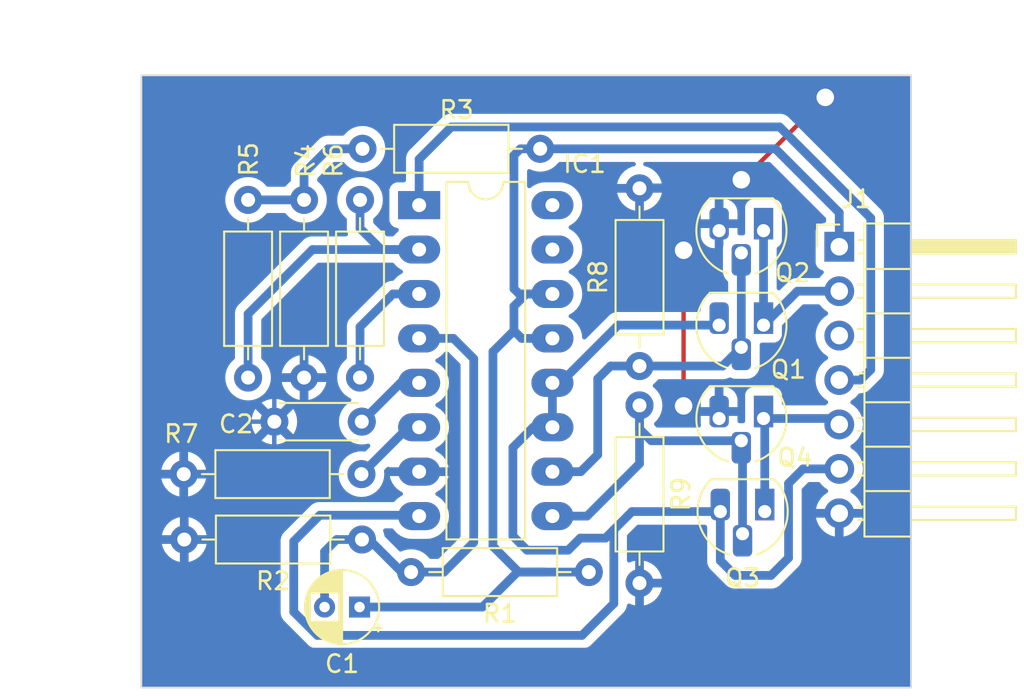
<source format=kicad_pcb>
(kicad_pcb (version 20221018) (generator pcbnew)
  (title_block (title "Controlador TL494") (date "2023-04-01") (rev "v1.0.0") (company "https://maykolrey.com"))
  (layers (0 "F.Cu" signal) (31 "B.Cu" signal) (34 "B.Paste" user) (35 "F.Paste" user) (36 "B.SilkS" user "B.Silkscreen") (37 "F.SilkS" user "F.Silkscreen") (38 "B.Mask" user) (39 "F.Mask" user) (44 "Edge.Cuts" user))
  (net 0 "")
  (net 1 "/VREF")
  (net 2 "Net-(IC1-DTC)")
  (net 3 "Net-(IC1-CT)")
  (net 4 "GNDA")
  (net 5 "Net-(IC1--I1)")
  (net 6 "Net-(IC1-COMP)")
  (net 7 "Net-(IC1-RT)")
  (net 8 "+12VA")
  (net 9 "/E1")
  (net 10 "/E2")
  (net 13 "Net-(R3-Pad2)")
  (net 14 "/V_sense")
  (net 15 "/OUT_B")
  (net 17 "/OUT_A")
  (footprint "Capacitor_THT:C_Disc_D4.3mm_W1.9mm_P5.00mm" (layer "F.Cu") (at 143.1 95.8 180)
    (fp_text reference "C2" (at 7.19 -0.14) (layer "F.SilkS"))
    (fp_text value "1nF")
    (fp_line (start 0.23 -1.07) (end 0.23 -1.055) (stroke (width 0.12)) (layer "F.SilkS"))
    (fp_line (start 0.23 -1.07) (end 4.77 -1.07) (stroke (width 0.12)) (layer "F.SilkS"))
    (fp_line (start 0.23 1.055) (end 0.23 1.07) (stroke (width 0.12)) (layer "F.SilkS"))
    (fp_line (start 0.23 1.07) (end 4.77 1.07) (stroke (width 0.12)) (layer "F.SilkS"))
    (fp_line (start 4.77 -1.07) (end 4.77 -1.055) (stroke (width 0.12)) (layer "F.SilkS"))
    (fp_line (start 4.77 1.055) (end 4.77 1.07) (stroke (width 0.12)) (layer "F.SilkS"))
    (pad "1" thru_hole circle (at 0 0 180) (size 1.6 1.6) (drill 0.8) (layers "*.Cu" "*.Mask") (net 3 "Net-(IC1-CT)"))
    (pad "2" thru_hole circle (at 5 0 180) (size 1.6 1.6) (drill 0.8) (layers "*.Cu" "*.Mask") (net 4 "GNDA"))
  )
  (footprint "Connector_PinHeader_2.54mm:PinHeader_1x07_P2.54mm_Horizontal" (layer "F.Cu") (at 170.4 85.8)
    (fp_text reference "J1" (at 0.97 -2.73) (layer "F.SilkS"))
    (fp_text value "Conn_01x03")
    (fp_line (start -1.27 -1.27) (end 0 -1.27) (stroke (width 0.12)) (layer "F.SilkS"))
    (fp_line (start -1.27 0) (end -1.27 -1.27) (stroke (width 0.12)) (layer "F.SilkS"))
    (fp_line (start 1.042929 2.16) (end 1.44 2.16) (stroke (width 0.12)) (layer "F.SilkS"))
    (fp_line (start 1.042929 2.92) (end 1.44 2.92) (stroke (width 0.12)) (layer "F.SilkS"))
    (fp_line (start 1.042929 4.7) (end 1.44 4.7) (stroke (width 0.12)) (layer "F.SilkS"))
    (fp_line (start 1.042929 5.46) (end 1.44 5.46) (stroke (width 0.12)) (layer "F.SilkS"))
    (fp_line (start 1.042929 7.24) (end 1.44 7.24) (stroke (width 0.12)) (layer "F.SilkS"))
    (fp_line (start 1.042929 8) (end 1.44 8) (stroke (width 0.12)) (layer "F.SilkS"))
    (fp_line (start 1.042929 9.78) (end 1.44 9.78) (stroke (width 0.12)) (layer "F.SilkS"))
    (fp_line (start 1.042929 10.54) (end 1.44 10.54) (stroke (width 0.12)) (layer "F.SilkS"))
    (fp_line (start 1.042929 12.32) (end 1.44 12.32) (stroke (width 0.12)) (layer "F.SilkS"))
    (fp_line (start 1.042929 13.08) (end 1.44 13.08) (stroke (width 0.12)) (layer "F.SilkS"))
    (fp_line (start 1.042929 14.86) (end 1.44 14.86) (stroke (width 0.12)) (layer "F.SilkS"))
    (fp_line (start 1.042929 15.62) (end 1.44 15.62) (stroke (width 0.12)) (layer "F.SilkS"))
    (fp_line (start 1.11 -0.38) (end 1.44 -0.38) (stroke (width 0.12)) (layer "F.SilkS"))
    (fp_line (start 1.11 0.38) (end 1.44 0.38) (stroke (width 0.12)) (layer "F.SilkS"))
    (fp_line (start 1.44 -1.33) (end 1.44 16.57) (stroke (width 0.12)) (layer "F.SilkS"))
    (fp_line (start 1.44 1.27) (end 4.1 1.27) (stroke (width 0.12)) (layer "F.SilkS"))
    (fp_line (start 1.44 3.81) (end 4.1 3.81) (stroke (width 0.12)) (layer "F.SilkS"))
    (fp_line (start 1.44 6.35) (end 4.1 6.35) (stroke (width 0.12)) (layer "F.SilkS"))
    (fp_line (start 1.44 8.89) (end 4.1 8.89) (stroke (width 0.12)) (layer "F.SilkS"))
    (fp_line (start 1.44 11.43) (end 4.1 11.43) (stroke (width 0.12)) (layer "F.SilkS"))
    (fp_line (start 1.44 13.97) (end 4.1 13.97) (stroke (width 0.12)) (layer "F.SilkS"))
    (fp_line (start 1.44 16.57) (end 4.1 16.57) (stroke (width 0.12)) (layer "F.SilkS"))
    (fp_line (start 4.1 -1.33) (end 1.44 -1.33) (stroke (width 0.12)) (layer "F.SilkS"))
    (fp_line (start 4.1 -0.38) (end 10.1 -0.38) (stroke (width 0.12)) (layer "F.SilkS"))
    (fp_line (start 4.1 -0.32) (end 10.1 -0.32) (stroke (width 0.12)) (layer "F.SilkS"))
    (fp_line (start 4.1 -0.2) (end 10.1 -0.2) (stroke (width 0.12)) (layer "F.SilkS"))
    (fp_line (start 4.1 -0.08) (end 10.1 -0.08) (stroke (width 0.12)) (layer "F.SilkS"))
    (fp_line (start 4.1 0.04) (end 10.1 0.04) (stroke (width 0.12)) (layer "F.SilkS"))
    (fp_line (start 4.1 0.16) (end 10.1 0.16) (stroke (width 0.12)) (layer "F.SilkS"))
    (fp_line (start 4.1 0.28) (end 10.1 0.28) (stroke (width 0.12)) (layer "F.SilkS"))
    (fp_line (start 4.1 2.16) (end 10.1 2.16) (stroke (width 0.12)) (layer "F.SilkS"))
    (fp_line (start 4.1 4.7) (end 10.1 4.7) (stroke (width 0.12)) (layer "F.SilkS"))
    (fp_line (start 4.1 7.24) (end 10.1 7.24) (stroke (width 0.12)) (layer "F.SilkS"))
    (fp_line (start 4.1 9.78) (end 10.1 9.78) (stroke (width 0.12)) (layer "F.SilkS"))
    (fp_line (start 4.1 12.32) (end 10.1 12.32) (stroke (width 0.12)) (layer "F.SilkS"))
    (fp_line (start 4.1 14.86) (end 10.1 14.86) (stroke (width 0.12)) (layer "F.SilkS"))
    (fp_line (start 4.1 16.57) (end 4.1 -1.33) (stroke (width 0.12)) (layer "F.SilkS"))
    (fp_line (start 10.1 -0.38) (end 10.1 0.38) (stroke (width 0.12)) (layer "F.SilkS"))
    (fp_line (start 10.1 0.38) (end 4.1 0.38) (stroke (width 0.12)) (layer "F.SilkS"))
    (fp_line (start 10.1 2.16) (end 10.1 2.92) (stroke (width 0.12)) (layer "F.SilkS"))
    (fp_line (start 10.1 2.92) (end 4.1 2.92) (stroke (width 0.12)) (layer "F.SilkS"))
    (fp_line (start 10.1 4.7) (end 10.1 5.46) (stroke (width 0.12)) (layer "F.SilkS"))
    (fp_line (start 10.1 5.46) (end 4.1 5.46) (stroke (width 0.12)) (layer "F.SilkS"))
    (fp_line (start 10.1 7.24) (end 10.1 8) (stroke (width 0.12)) (layer "F.SilkS"))
    (fp_line (start 10.1 8) (end 4.1 8) (stroke (width 0.12)) (layer "F.SilkS"))
    (fp_line (start 10.1 9.78) (end 10.1 10.54) (stroke (width 0.12)) (layer "F.SilkS"))
    (fp_line (start 10.1 10.54) (end 4.1 10.54) (stroke (width 0.12)) (layer "F.SilkS"))
    (fp_line (start 10.1 12.32) (end 10.1 13.08) (stroke (width 0.12)) (layer "F.SilkS"))
    (fp_line (start 10.1 13.08) (end 4.1 13.08) (stroke (width 0.12)) (layer "F.SilkS"))
    (fp_line (start 10.1 14.86) (end 10.1 15.62) (stroke (width 0.12)) (layer "F.SilkS"))
    (fp_line (start 10.1 15.62) (end 4.1 15.62) (stroke (width 0.12)) (layer "F.SilkS"))
    (pad "1" thru_hole rect (at 0 0) (size 1.7 1.7) (drill 1) (layers "*.Cu" "*.Mask") (net 1 "/VREF"))
    (pad "2" thru_hole oval (at 0 2.54) (size 1.7 1.7) (drill 1) (layers "*.Cu" "*.Mask") (net 15 "/OUT_B"))
    (pad "3" thru_hole oval (at 0 5.08) (size 1.7 1.7) (drill 1) (layers "*.Cu" "*.Mask"))
    (pad "4" thru_hole oval (at 0 7.62) (size 1.7 1.7) (drill 1) (layers "*.Cu" "*.Mask") (net 14 "/V_sense"))
    (pad "5" thru_hole oval (at 0 10.16) (size 1.7 1.7) (drill 1) (layers "*.Cu" "*.Mask") (net 17 "/OUT_A"))
    (pad "6" thru_hole oval (at 0 12.7) (size 1.7 1.7) (drill 1) (layers "*.Cu" "*.Mask") (net 8 "+12VA"))
    (pad "7" thru_hole oval (at 0 15.24) (size 1.7 1.7) (drill 1) (layers "*.Cu" "*.Mask") (net 4 "GNDA"))
  )
  (footprint "Package_DIP:DIP-16_W7.62mm_LongPads" (layer "F.Cu") (at 146.38 83.42)
    (fp_text reference "IC1" (at 9.46 -2.36) (layer "F.SilkS"))
    (fp_text value "TL494")
    (fp_line (start 1.56 -1.33) (end 1.56 19.11) (stroke (width 0.12)) (layer "F.SilkS"))
    (fp_line (start 1.56 19.11) (end 6.06 19.11) (stroke (width 0.12)) (layer "F.SilkS"))
    (fp_line (start 2.81 -1.33) (end 1.56 -1.33) (stroke (width 0.12)) (layer "F.SilkS"))
    (fp_line (start 6.06 -1.33) (end 4.81 -1.33) (stroke (width 0.12)) (layer "F.SilkS"))
    (fp_line (start 6.06 19.11) (end 6.06 -1.33) (stroke (width 0.12)) (layer "F.SilkS"))
    (fp_arc (start 4.81 -1.33) (mid 3.81 -0.33) (end 2.81 -1.33) (stroke (width 0.12)) (layer "F.SilkS"))
    (pad "1" thru_hole rect (at 0 0) (size 2.4 1.6) (drill 0.8) (layers "*.Cu" "*.Mask") (net 14 "/V_sense"))
    (pad "2" thru_hole oval (at 0 2.54) (size 2.4 1.6) (drill 0.8) (layers "*.Cu" "*.Mask") (net 5 "Net-(IC1--I1)"))
    (pad "3" thru_hole oval (at 0 5.08) (size 2.4 1.6) (drill 0.8) (layers "*.Cu" "*.Mask") (net 6 "Net-(IC1-COMP)"))
    (pad "4" thru_hole oval (at 0 7.62) (size 2.4 1.6) (drill 0.8) (layers "*.Cu" "*.Mask") (net 2 "Net-(IC1-DTC)"))
    (pad "5" thru_hole oval (at 0 10.16) (size 2.4 1.6) (drill 0.8) (layers "*.Cu" "*.Mask") (net 3 "Net-(IC1-CT)"))
    (pad "6" thru_hole oval (at 0 12.7) (size 2.4 1.6) (drill 0.8) (layers "*.Cu" "*.Mask") (net 7 "Net-(IC1-RT)"))
    (pad "7" thru_hole oval (at 0 15.24) (size 2.4 1.6) (drill 0.8) (layers "*.Cu" "*.Mask") (net 4 "GNDA"))
    (pad "8" thru_hole oval (at 0 17.78) (size 2.4 1.6) (drill 0.8) (layers "*.Cu" "*.Mask") (net 8 "+12VA"))
    (pad "9" thru_hole oval (at 7.62 17.78) (size 2.4 1.6) (drill 0.8) (layers "*.Cu" "*.Mask") (net 9 "/E1"))
    (pad "10" thru_hole oval (at 7.62 15.24) (size 2.4 1.6) (drill 0.8) (layers "*.Cu" "*.Mask") (net 10 "/E2"))
    (pad "11" thru_hole oval (at 7.62 12.7) (size 2.4 1.6) (drill 0.8) (layers "*.Cu" "*.Mask") (net 8 "+12VA"))
    (pad "12" thru_hole oval (at 7.62 10.16) (size 2.4 1.6) (drill 0.8) (layers "*.Cu" "*.Mask") (net 8 "+12VA"))
    (pad "13" thru_hole oval (at 7.62 7.62) (size 2.4 1.6) (drill 0.8) (layers "*.Cu" "*.Mask") (net 1 "/VREF"))
    (pad "14" thru_hole oval (at 7.62 5.08) (size 2.4 1.6) (drill 0.8) (layers "*.Cu" "*.Mask") (net 1 "/VREF"))
    (pad "15" thru_hole oval (at 7.62 2.54) (size 2.4 1.6) (drill 0.8) (layers "*.Cu" "*.Mask"))
    (pad "16" thru_hole oval (at 7.62 0) (size 2.4 1.6) (drill 0.8) (layers "*.Cu" "*.Mask"))
  )
  (footprint "Package_TO_SOT_THT:TO-92L_HandSolder" (layer "F.Cu") (at 166.14 100.94 180)
    (fp_text reference "Q3" (at 1.27 -3.8) (layer "F.SilkS"))
    (fp_text value "2N3904")
    (fp_line (start -0.53 1.85) (end 3.07 1.85) (stroke (width 0.12)) (layer "F.SilkS"))
    (fp_arc (start -0.541453 1.842156) (mid -1.247298 -0.581475) (end 0.45 -2.45) (stroke (width 0.12)) (layer "F.SilkS"))
    (fp_arc (start 2.05 -2.45) (mid 3.769931 -0.601036) (end 3.078445 1.827684) (stroke (width 0.12)) (layer "F.SilkS"))
    (pad "1" thru_hole rect (at 0 0 180) (size 1.1 1.8) (drill 0.75 (offset 0 0.4)) (layers "*.Cu" "*.Mask") (net 17 "/OUT_A"))
    (pad "2" thru_hole roundrect (at 1.27 -1.27 180) (size 1.1 1.8) (drill 0.75 (offset 0 -0.4)) (layers "*.Cu" "*.Mask") (net 9 "/E1"))
    (pad "3" thru_hole roundrect (at 2.54 0 180) (size 1.1 1.8) (drill 0.75 (offset 0 0.4)) (layers "*.Cu" "*.Mask") (net 8 "+12VA"))
  )
  (footprint "Resistor_THT:R_Axial_DIN0207_L6.3mm_D2.5mm_P10.16mm_Horizontal" (layer "F.Cu") (at 139.8 83.12 -90)
    (fp_text reference "R4" (at -2.23 -0.09 90) (layer "F.SilkS"))
    (fp_text value "10K")
    (fp_line (start 1.04 0) (end 1.81 0) (stroke (width 0.12)) (layer "F.SilkS"))
    (fp_line (start 1.81 -1.37) (end 1.81 1.37) (stroke (width 0.12)) (layer "F.SilkS"))
    (fp_line (start 1.81 1.37) (end 8.35 1.37) (stroke (width 0.12)) (layer "F.SilkS"))
    (fp_line (start 8.35 -1.37) (end 1.81 -1.37) (stroke (width 0.12)) (layer "F.SilkS"))
    (fp_line (start 8.35 1.37) (end 8.35 -1.37) (stroke (width 0.12)) (layer "F.SilkS"))
    (fp_line (start 9.12 0) (end 8.35 0) (stroke (width 0.12)) (layer "F.SilkS"))
    (pad "1" thru_hole circle (at 0 0 270) (size 1.6 1.6) (drill 0.8) (layers "*.Cu" "*.Mask") (net 13 "Net-(R3-Pad2)"))
    (pad "2" thru_hole oval (at 10.16 0 270) (size 1.6 1.6) (drill 0.8) (layers "*.Cu" "*.Mask") (net 4 "GNDA"))
  )
  (footprint "Resistor_THT:R_Axial_DIN0207_L6.3mm_D2.5mm_P10.16mm_Horizontal" (layer "F.Cu") (at 153.3 80.2 180)
    (fp_text reference "R3" (at 4.78 2.23) (layer "F.SilkS"))
    (fp_text value "10K")
    (fp_line (start 1.04 0) (end 1.81 0) (stroke (width 0.12)) (layer "F.SilkS"))
    (fp_line (start 1.81 -1.37) (end 1.81 1.37) (stroke (width 0.12)) (layer "F.SilkS"))
    (fp_line (start 1.81 1.37) (end 8.35 1.37) (stroke (width 0.12)) (layer "F.SilkS"))
    (fp_line (start 8.35 -1.37) (end 1.81 -1.37) (stroke (width 0.12)) (layer "F.SilkS"))
    (fp_line (start 8.35 1.37) (end 8.35 -1.37) (stroke (width 0.12)) (layer "F.SilkS"))
    (fp_line (start 9.12 0) (end 8.35 0) (stroke (width 0.12)) (layer "F.SilkS"))
    (pad "1" thru_hole circle (at 0 0 180) (size 1.6 1.6) (drill 0.8) (layers "*.Cu" "*.Mask") (net 1 "/VREF"))
    (pad "2" thru_hole oval (at 10.16 0 180) (size 1.6 1.6) (drill 0.8) (layers "*.Cu" "*.Mask") (net 13 "Net-(R3-Pad2)"))
  )
  (footprint "Resistor_THT:R_Axial_DIN0207_L6.3mm_D2.5mm_P10.16mm_Horizontal" (layer "F.Cu") (at 136.6 93.28 90)
    (fp_text reference "R5" (at 12.48 0.04 90) (layer "F.SilkS"))
    (fp_text value "510")
    (fp_line (start 1.04 0) (end 1.81 0) (stroke (width 0.12)) (layer "F.SilkS"))
    (fp_line (start 1.81 -1.37) (end 1.81 1.37) (stroke (width 0.12)) (layer "F.SilkS"))
    (fp_line (start 1.81 1.37) (end 8.35 1.37) (stroke (width 0.12)) (layer "F.SilkS"))
    (fp_line (start 8.35 -1.37) (end 1.81 -1.37) (stroke (width 0.12)) (layer "F.SilkS"))
    (fp_line (start 8.35 1.37) (end 8.35 -1.37) (stroke (width 0.12)) (layer "F.SilkS"))
    (fp_line (start 9.12 0) (end 8.35 0) (stroke (width 0.12)) (layer "F.SilkS"))
    (pad "1" thru_hole circle (at 0 0 90) (size 1.6 1.6) (drill 0.8) (layers "*.Cu" "*.Mask") (net 5 "Net-(IC1--I1)"))
    (pad "2" thru_hole oval (at 10.16 0 90) (size 1.6 1.6) (drill 0.8) (layers "*.Cu" "*.Mask") (net 13 "Net-(R3-Pad2)"))
  )
  (footprint "Package_TO_SOT_THT:TO-92L_HandSolder" (layer "F.Cu") (at 166.07 84.88 180)
    (fp_text reference "Q2" (at -1.66 -2.41) (layer "F.SilkS"))
    (fp_text value "2N3906")
    (fp_line (start -0.53 1.85) (end 3.07 1.85) (stroke (width 0.12)) (layer "F.SilkS"))
    (fp_arc (start -0.541453 1.842156) (mid -1.247298 -0.581475) (end 0.45 -2.45) (stroke (width 0.12)) (layer "F.SilkS"))
    (fp_arc (start 2.05 -2.45) (mid 3.769931 -0.601036) (end 3.078445 1.827684) (stroke (width 0.12)) (layer "F.SilkS"))
    (pad "1" thru_hole rect (at 0 0 180) (size 1.1 1.8) (drill 0.75 (offset 0 0.4)) (layers "*.Cu" "*.Mask") (net 15 "/OUT_B"))
    (pad "2" thru_hole roundrect (at 1.27 -1.27 180) (size 1.1 1.8) (drill 0.75 (offset 0 -0.4)) (layers "*.Cu" "*.Mask") (net 10 "/E2"))
    (pad "3" thru_hole roundrect (at 2.54 0 180) (size 1.1 1.8) (drill 0.75 (offset 0 0.4)) (layers "*.Cu" "*.Mask") (net 4 "GNDA"))
  )
  (footprint "Package_TO_SOT_THT:TO-92L_HandSolder" (layer "F.Cu") (at 166.07 90.28 180)
    (fp_text reference "Q1" (at -1.42 -2.54) (layer "F.SilkS"))
    (fp_text value "2N3904")
    (fp_line (start -0.53 1.85) (end 3.07 1.85) (stroke (width 0.12)) (layer "F.SilkS"))
    (fp_arc (start -0.541453 1.842156) (mid -1.247298 -0.581475) (end 0.45 -2.45) (stroke (width 0.12)) (layer "F.SilkS"))
    (fp_arc (start 2.05 -2.45) (mid 3.769931 -0.601036) (end 3.078445 1.827684) (stroke (width 0.12)) (layer "F.SilkS"))
    (pad "1" thru_hole rect (at 0 0 180) (size 1.1 1.8) (drill 0.75 (offset 0 0.4)) (layers "*.Cu" "*.Mask") (net 15 "/OUT_B"))
    (pad "2" thru_hole roundrect (at 1.27 -1.27 180) (size 1.1 1.8) (drill 0.75 (offset 0 -0.4)) (layers "*.Cu" "*.Mask") (net 10 "/E2"))
    (pad "3" thru_hole roundrect (at 2.54 0 180) (size 1.1 1.8) (drill 0.75 (offset 0 0.4)) (layers "*.Cu" "*.Mask") (net 8 "+12VA"))
  )
  (footprint "Resistor_THT:R_Axial_DIN0207_L6.3mm_D2.5mm_P10.16mm_Horizontal" (layer "F.Cu") (at 158.98 92.62 90)
    (fp_text reference "R8" (at 5.08 -2.37 90) (layer "F.SilkS"))
    (fp_text value "1K")
    (fp_line (start 1.04 0) (end 1.81 0) (stroke (width 0.12)) (layer "F.SilkS"))
    (fp_line (start 1.81 -1.37) (end 1.81 1.37) (stroke (width 0.12)) (layer "F.SilkS"))
    (fp_line (start 1.81 1.37) (end 8.35 1.37) (stroke (width 0.12)) (layer "F.SilkS"))
    (fp_line (start 8.35 -1.37) (end 1.81 -1.37) (stroke (width 0.12)) (layer "F.SilkS"))
    (fp_line (start 8.35 1.37) (end 8.35 -1.37) (stroke (width 0.12)) (layer "F.SilkS"))
    (fp_line (start 9.12 0) (end 8.35 0) (stroke (width 0.12)) (layer "F.SilkS"))
    (pad "1" thru_hole circle (at 0 0 90) (size 1.6 1.6) (drill 0.8) (layers "*.Cu" "*.Mask") (net 10 "/E2"))
    (pad "2" thru_hole oval (at 10.16 0 90) (size 1.6 1.6) (drill 0.8) (layers "*.Cu" "*.Mask") (net 4 "GNDA"))
  )
  (footprint "Resistor_THT:R_Axial_DIN0207_L6.3mm_D2.5mm_P10.16mm_Horizontal" (layer "F.Cu") (at 143.11 102.54 180)
    (fp_text reference "R2" (at 5.08 -2.37) (layer "F.SilkS"))
    (fp_text value "1K")
    (fp_line (start 1.04 0) (end 1.81 0) (stroke (width 0.12)) (layer "F.SilkS"))
    (fp_line (start 1.81 -1.37) (end 1.81 1.37) (stroke (width 0.12)) (layer "F.SilkS"))
    (fp_line (start 1.81 1.37) (end 8.35 1.37) (stroke (width 0.12)) (layer "F.SilkS"))
    (fp_line (start 8.35 -1.37) (end 1.81 -1.37) (stroke (width 0.12)) (layer "F.SilkS"))
    (fp_line (start 8.35 1.37) (end 8.35 -1.37) (stroke (width 0.12)) (layer "F.SilkS"))
    (fp_line (start 9.12 0) (end 8.35 0) (stroke (width 0.12)) (layer "F.SilkS"))
    (pad "1" thru_hole circle (at 0 0 180) (size 1.6 1.6) (drill 0.8) (layers "*.Cu" "*.Mask") (net 2 "Net-(IC1-DTC)"))
    (pad "2" thru_hole oval (at 10.16 0 180) (size 1.6 1.6) (drill 0.8) (layers "*.Cu" "*.Mask") (net 4 "GNDA"))
  )
  (footprint "Resistor_THT:R_Axial_DIN0207_L6.3mm_D2.5mm_P10.16mm_Horizontal" (layer "F.Cu") (at 143.08 98.8 180)
    (fp_text reference "R7" (at 10.3 2.3) (layer "F.SilkS"))
    (fp_text value "50K")
    (fp_line (start 1.04 0) (end 1.81 0) (stroke (width 0.12)) (layer "F.SilkS"))
    (fp_line (start 1.81 -1.37) (end 1.81 1.37) (stroke (width 0.12)) (layer "F.SilkS"))
    (fp_line (start 1.81 1.37) (end 8.35 1.37) (stroke (width 0.12)) (layer "F.SilkS"))
    (fp_line (start 8.35 -1.37) (end 1.81 -1.37) (stroke (width 0.12)) (layer "F.SilkS"))
    (fp_line (start 8.35 1.37) (end 8.35 -1.37) (stroke (width 0.12)) (layer "F.SilkS"))
    (fp_line (start 9.12 0) (end 8.35 0) (stroke (width 0.12)) (layer "F.SilkS"))
    (pad "1" thru_hole circle (at 0 0 180) (size 1.6 1.6) (drill 0.8) (layers "*.Cu" "*.Mask") (net 7 "Net-(IC1-RT)"))
    (pad "2" thru_hole oval (at 10.16 0 180) (size 1.6 1.6) (drill 0.8) (layers "*.Cu" "*.Mask") (net 4 "GNDA"))
  )
  (footprint "Resistor_THT:R_Axial_DIN0207_L6.3mm_D2.5mm_P10.16mm_Horizontal" (layer "F.Cu") (at 143 83.12 -90)
    (fp_text reference "R6" (at -2.25 1.52 90) (layer "F.SilkS"))
    (fp_text value "51K")
    (fp_line (start 1.04 0) (end 1.81 0) (stroke (width 0.12)) (layer "F.SilkS"))
    (fp_line (start 1.81 -1.37) (end 1.81 1.37) (stroke (width 0.12)) (layer "F.SilkS"))
    (fp_line (start 1.81 1.37) (end 8.35 1.37) (stroke (width 0.12)) (layer "F.SilkS"))
    (fp_line (start 8.35 -1.37) (end 1.81 -1.37) (stroke (width 0.12)) (layer "F.SilkS"))
    (fp_line (start 8.35 1.37) (end 8.35 -1.37) (stroke (width 0.12)) (layer "F.SilkS"))
    (fp_line (start 9.12 0) (end 8.35 0) (stroke (width 0.12)) (layer "F.SilkS"))
    (pad "1" thru_hole circle (at 0 0 270) (size 1.6 1.6) (drill 0.8) (layers "*.Cu" "*.Mask") (net 5 "Net-(IC1--I1)"))
    (pad "2" thru_hole oval (at 10.16 0 270) (size 1.6 1.6) (drill 0.8) (layers "*.Cu" "*.Mask") (net 6 "Net-(IC1-COMP)"))
  )
  (footprint "Resistor_THT:R_Axial_DIN0207_L6.3mm_D2.5mm_P10.16mm_Horizontal" (layer "F.Cu") (at 156.08 104.4 180)
    (fp_text reference "R1" (at 5.08 -2.37) (layer "F.SilkS"))
    (fp_text value "9.1K")
    (fp_line (start 1.04 0) (end 1.81 0) (stroke (width 0.12)) (layer "F.SilkS"))
    (fp_line (start 1.81 -1.37) (end 1.81 1.37) (stroke (width 0.12)) (layer "F.SilkS"))
    (fp_line (start 1.81 1.37) (end 8.35 1.37) (stroke (width 0.12)) (layer "F.SilkS"))
    (fp_line (start 8.35 -1.37) (end 1.81 -1.37) (stroke (width 0.12)) (layer "F.SilkS"))
    (fp_line (start 8.35 1.37) (end 8.35 -1.37) (stroke (width 0.12)) (layer "F.SilkS"))
    (fp_line (start 9.12 0) (end 8.35 0) (stroke (width 0.12)) (layer "F.SilkS"))
    (pad "1" thru_hole circle (at 0 0 180) (size 1.6 1.6) (drill 0.8) (layers "*.Cu" "*.Mask") (net 1 "/VREF"))
    (pad "2" thru_hole oval (at 10.16 0 180) (size 1.6 1.6) (drill 0.8) (layers "*.Cu" "*.Mask") (net 2 "Net-(IC1-DTC)"))
  )
  (footprint "Capacitor_THT:CP_Radial_D4.0mm_P2.00mm" (layer "F.Cu") (at 142.972599 106.4 180)
    (fp_text reference "C1" (at 1 -3.25) (layer "F.SilkS"))
    (fp_text value "2.5uF")
    (fp_line (start -1.269801 -1.195) (end -0.869801 -1.195) (stroke (width 0.12)) (layer "F.SilkS"))
    (fp_line (start -1.069801 -1.395) (end -1.069801 -0.995) (stroke (width 0.12)) (layer "F.SilkS"))
    (fp_line (start 1 -2.08) (end 1 2.08) (stroke (width 0.12)) (layer "F.SilkS"))
    (fp_line (start 1.04 -2.08) (end 1.04 2.08) (stroke (width 0.12)) (layer "F.SilkS"))
    (fp_line (start 1.08 -2.079) (end 1.08 2.079) (stroke (width 0.12)) (layer "F.SilkS"))
    (fp_line (start 1.12 -2.077) (end 1.12 2.077) (stroke (width 0.12)) (layer "F.SilkS"))
    (fp_line (start 1.16 -2.074) (end 1.16 2.074) (stroke (width 0.12)) (layer "F.SilkS"))
    (fp_line (start 1.2 -2.071) (end 1.2 -0.84) (stroke (width 0.12)) (layer "F.SilkS"))
    (fp_line (start 1.2 0.84) (end 1.2 2.071) (stroke (width 0.12)) (layer "F.SilkS"))
    (fp_line (start 1.24 -2.067) (end 1.24 -0.84) (stroke (width 0.12)) (layer "F.SilkS"))
    (fp_line (start 1.24 0.84) (end 1.24 2.067) (stroke (width 0.12)) (layer "F.SilkS"))
    (fp_line (start 1.28 -2.062) (end 1.28 -0.84) (stroke (width 0.12)) (layer "F.SilkS"))
    (fp_line (start 1.28 0.84) (end 1.28 2.062) (stroke (width 0.12)) (layer "F.SilkS"))
    (fp_line (start 1.32 -2.056) (end 1.32 -0.84) (stroke (width 0.12)) (layer "F.SilkS"))
    (fp_line (start 1.32 0.84) (end 1.32 2.056) (stroke (width 0.12)) (layer "F.SilkS"))
    (fp_line (start 1.36 -2.05) (end 1.36 -0.84) (stroke (width 0.12)) (layer "F.SilkS"))
    (fp_line (start 1.36 0.84) (end 1.36 2.05) (stroke (width 0.12)) (layer "F.SilkS"))
    (fp_line (start 1.4 -2.042) (end 1.4 -0.84) (stroke (width 0.12)) (layer "F.SilkS"))
    (fp_line (start 1.4 0.84) (end 1.4 2.042) (stroke (width 0.12)) (layer "F.SilkS"))
    (fp_line (start 1.44 -2.034) (end 1.44 -0.84) (stroke (width 0.12)) (layer "F.SilkS"))
    (fp_line (start 1.44 0.84) (end 1.44 2.034) (stroke (width 0.12)) (layer "F.SilkS"))
    (fp_line (start 1.48 -2.025) (end 1.48 -0.84) (stroke (width 0.12)) (layer "F.SilkS"))
    (fp_line (start 1.48 0.84) (end 1.48 2.025) (stroke (width 0.12)) (layer "F.SilkS"))
    (fp_line (start 1.52 -2.016) (end 1.52 -0.84) (stroke (width 0.12)) (layer "F.SilkS"))
    (fp_line (start 1.52 0.84) (end 1.52 2.016) (stroke (width 0.12)) (layer "F.SilkS"))
    (fp_line (start 1.56 -2.005) (end 1.56 -0.84) (stroke (width 0.12)) (layer "F.SilkS"))
    (fp_line (start 1.56 0.84) (end 1.56 2.005) (stroke (width 0.12)) (layer "F.SilkS"))
    (fp_line (start 1.6 -1.994) (end 1.6 -0.84) (stroke (width 0.12)) (layer "F.SilkS"))
    (fp_line (start 1.6 0.84) (end 1.6 1.994) (stroke (width 0.12)) (layer "F.SilkS"))
    (fp_line (start 1.64 -1.982) (end 1.64 -0.84) (stroke (width 0.12)) (layer "F.SilkS"))
    (fp_line (start 1.64 0.84) (end 1.64 1.982) (stroke (width 0.12)) (layer "F.SilkS"))
    (fp_line (start 1.68 -1.968) (end 1.68 -0.84) (stroke (width 0.12)) (layer "F.SilkS"))
    (fp_line (start 1.68 0.84) (end 1.68 1.968) (stroke (width 0.12)) (layer "F.SilkS"))
    (fp_line (start 1.721 -1.954) (end 1.721 -0.84) (stroke (width 0.12)) (layer "F.SilkS"))
    (fp_line (start 1.721 0.84) (end 1.721 1.954) (stroke (width 0.12)) (layer "F.SilkS"))
    (fp_line (start 1.761 -1.94) (end 1.761 -0.84) (stroke (width 0.12)) (layer "F.SilkS"))
    (fp_line (start 1.761 0.84) (end 1.761 1.94) (stroke (width 0.12)) (layer "F.SilkS"))
    (fp_line (start 1.801 -1.924) (end 1.801 -0.84) (stroke (width 0.12)) (layer "F.SilkS"))
    (fp_line (start 1.801 0.84) (end 1.801 1.924) (stroke (width 0.12)) (layer "F.SilkS"))
    (fp_line (start 1.841 -1.907) (end 1.841 -0.84) (stroke (width 0.12)) (layer "F.SilkS"))
    (fp_line (start 1.841 0.84) (end 1.841 1.907) (stroke (width 0.12)) (layer "F.SilkS"))
    (fp_line (start 1.881 -1.889) (end 1.881 -0.84) (stroke (width 0.12)) (layer "F.SilkS"))
    (fp_line (start 1.881 0.84) (end 1.881 1.889) (stroke (width 0.12)) (layer "F.SilkS"))
    (fp_line (start 1.921 -1.87) (end 1.921 -0.84) (stroke (width 0.12)) (layer "F.SilkS"))
    (fp_line (start 1.921 0.84) (end 1.921 1.87) (stroke (width 0.12)) (layer "F.SilkS"))
    (fp_line (start 1.961 -1.851) (end 1.961 -0.84) (stroke (width 0.12)) (layer "F.SilkS"))
    (fp_line (start 1.961 0.84) (end 1.961 1.851) (stroke (width 0.12)) (layer "F.SilkS"))
    (fp_line (start 2.001 -1.83) (end 2.001 -0.84) (stroke (width 0.12)) (layer "F.SilkS"))
    (fp_line (start 2.001 0.84) (end 2.001 1.83) (stroke (width 0.12)) (layer "F.SilkS"))
    (fp_line (start 2.041 -1.808) (end 2.041 -0.84) (stroke (width 0.12)) (layer "F.SilkS"))
    (fp_line (start 2.041 0.84) (end 2.041 1.808) (stroke (width 0.12)) (layer "F.SilkS"))
    (fp_line (start 2.081 -1.785) (end 2.081 -0.84) (stroke (width 0.12)) (layer "F.SilkS"))
    (fp_line (start 2.081 0.84) (end 2.081 1.785) (stroke (width 0.12)) (layer "F.SilkS"))
    (fp_line (start 2.121 -1.76) (end 2.121 -0.84) (stroke (width 0.12)) (layer "F.SilkS"))
    (fp_line (start 2.121 0.84) (end 2.121 1.76) (stroke (width 0.12)) (layer "F.SilkS"))
    (fp_line (start 2.161 -1.735) (end 2.161 -0.84) (stroke (width 0.12)) (layer "F.SilkS"))
    (fp_line (start 2.161 0.84) (end 2.161 1.735) (stroke (width 0.12)) (layer "F.SilkS"))
    (fp_line (start 2.201 -1.708) (end 2.201 -0.84) (stroke (width 0.12)) (layer "F.SilkS"))
    (fp_line (start 2.201 0.84) (end 2.201 1.708) (stroke (width 0.12)) (layer "F.SilkS"))
    (fp_line (start 2.241 -1.68) (end 2.241 -0.84) (stroke (width 0.12)) (layer "F.SilkS"))
    (fp_line (start 2.241 0.84) (end 2.241 1.68) (stroke (width 0.12)) (layer "F.SilkS"))
    (fp_line (start 2.281 -1.65) (end 2.281 -0.84) (stroke (width 0.12)) (layer "F.SilkS"))
    (fp_line (start 2.281 0.84) (end 2.281 1.65) (stroke (width 0.12)) (layer "F.SilkS"))
    (fp_line (start 2.321 -1.619) (end 2.321 -0.84) (stroke (width 0.12)) (layer "F.SilkS"))
    (fp_line (start 2.321 0.84) (end 2.321 1.619) (stroke (width 0.12)) (layer "F.SilkS"))
    (fp_line (start 2.361 -1.587) (end 2.361 -0.84) (stroke (width 0.12)) (layer "F.SilkS"))
    (fp_line (start 2.361 0.84) (end 2.361 1.587) (stroke (width 0.12)) (layer "F.SilkS"))
    (fp_line (start 2.401 -1.552) (end 2.401 -0.84) (stroke (width 0.12)) (layer "F.SilkS"))
    (fp_line (start 2.401 0.84) (end 2.401 1.552) (stroke (width 0.12)) (layer "F.SilkS"))
    (fp_line (start 2.441 -1.516) (end 2.441 -0.84) (stroke (width 0.12)) (layer "F.SilkS"))
    (fp_line (start 2.441 0.84) (end 2.441 1.516) (stroke (width 0.12)) (layer "F.SilkS"))
    (fp_line (start 2.481 -1.478) (end 2.481 -0.84) (stroke (width 0.12)) (layer "F.SilkS"))
    (fp_line (start 2.481 0.84) (end 2.481 1.478) (stroke (width 0.12)) (layer "F.SilkS"))
    (fp_line (start 2.521 -1.438) (end 2.521 -0.84) (stroke (width 0.12)) (layer "F.SilkS"))
    (fp_line (start 2.521 0.84) (end 2.521 1.438) (stroke (width 0.12)) (layer "F.SilkS"))
    (fp_line (start 2.561 -1.396) (end 2.561 -0.84) (stroke (width 0.12)) (layer "F.SilkS"))
    (fp_line (start 2.561 0.84) (end 2.561 1.396) (stroke (width 0.12)) (layer "F.SilkS"))
    (fp_line (start 2.601 -1.351) (end 2.601 -0.84) (stroke (width 0.12)) (layer "F.SilkS"))
    (fp_line (start 2.601 0.84) (end 2.601 1.351) (stroke (width 0.12)) (layer "F.SilkS"))
    (fp_line (start 2.641 -1.304) (end 2.641 -0.84) (stroke (width 0.12)) (layer "F.SilkS"))
    (fp_line (start 2.641 0.84) (end 2.641 1.304) (stroke (width 0.12)) (layer "F.SilkS"))
    (fp_line (start 2.681 -1.254) (end 2.681 -0.84) (stroke (width 0.12)) (layer "F.SilkS"))
    (fp_line (start 2.681 0.84) (end 2.681 1.254) (stroke (width 0.12)) (layer "F.SilkS"))
    (fp_line (start 2.721 -1.2) (end 2.721 -0.84) (stroke (width 0.12)) (layer "F.SilkS"))
    (fp_line (start 2.721 0.84) (end 2.721 1.2) (stroke (width 0.12)) (layer "F.SilkS"))
    (fp_line (start 2.761 -1.142) (end 2.761 -0.84) (stroke (width 0.12)) (layer "F.SilkS"))
    (fp_line (start 2.761 0.84) (end 2.761 1.142) (stroke (width 0.12)) (layer "F.SilkS"))
    (fp_line (start 2.801 -1.08) (end 2.801 -0.84) (stroke (width 0.12)) (layer "F.SilkS"))
    (fp_line (start 2.801 0.84) (end 2.801 1.08) (stroke (width 0.12)) (layer "F.SilkS"))
    (fp_line (start 2.841 -1.013) (end 2.841 1.013) (stroke (width 0.12)) (layer "F.SilkS"))
    (fp_line (start 2.881 -0.94) (end 2.881 0.94) (stroke (width 0.12)) (layer "F.SilkS"))
    (fp_line (start 2.921 -0.859) (end 2.921 0.859) (stroke (width 0.12)) (layer "F.SilkS"))
    (fp_line (start 2.961 -0.768) (end 2.961 0.768) (stroke (width 0.12)) (layer "F.SilkS"))
    (fp_line (start 3.001 -0.664) (end 3.001 0.664) (stroke (width 0.12)) (layer "F.SilkS"))
    (fp_line (start 3.041 -0.537) (end 3.041 0.537) (stroke (width 0.12)) (layer "F.SilkS"))
    (fp_line (start 3.081 -0.37) (end 3.081 0.37) (stroke (width 0.12)) (layer "F.SilkS"))
    (fp_circle (center 1 0) (end 3.12 0) (stroke (width 0.12)) (fill none) (layer "F.SilkS"))
    (pad "1" thru_hole rect (at 0 0 180) (size 1.2 1.2) (drill 0.6) (layers "*.Cu" "*.Mask") (net 1 "/VREF"))
    (pad "2" thru_hole circle (at 2 0 180) (size 1.2 1.2) (drill 0.6) (layers "*.Cu" "*.Mask") (net 2 "Net-(IC1-DTC)"))
  )
  (footprint "Package_TO_SOT_THT:TO-92L_HandSolder" (layer "F.Cu") (at 166.07 95.62 180)
    (fp_text reference "Q4" (at -1.8 -2.23) (layer "F.SilkS"))
    (fp_text value "2N3906")
    (fp_line (start -0.53 1.85) (end 3.07 1.85) (stroke (width 0.12)) (layer "F.SilkS"))
    (fp_arc (start -0.541453 1.842156) (mid -1.247298 -0.581475) (end 0.45 -2.45) (stroke (width 0.12)) (layer "F.SilkS"))
    (fp_arc (start 2.05 -2.45) (mid 3.769931 -0.601036) (end 3.078445 1.827684) (stroke (width 0.12)) (layer "F.SilkS"))
    (pad "1" thru_hole rect (at 0 0 180) (size 1.1 1.8) (drill 0.75 (offset 0 0.4)) (layers "*.Cu" "*.Mask") (net 17 "/OUT_A"))
    (pad "2" thru_hole roundrect (at 1.27 -1.27 180) (size 1.1 1.8) (drill 0.75 (offset 0 -0.4)) (layers "*.Cu" "*.Mask") (net 9 "/E1"))
    (pad "3" thru_hole roundrect (at 2.54 0 180) (size 1.1 1.8) (drill 0.75 (offset 0 0.4)) (layers "*.Cu" "*.Mask") (net 4 "GNDA"))
  )
  (footprint "Resistor_THT:R_Axial_DIN0207_L6.3mm_D2.5mm_P10.16mm_Horizontal" (layer "F.Cu") (at 158.98 94.87 -90)
    (fp_text reference "R9" (at 5.08 -2.37 90) (layer "F.SilkS"))
    (fp_text value "1K")
    (fp_line (start 1.04 0) (end 1.81 0) (stroke (width 0.12)) (layer "F.SilkS"))
    (fp_line (start 1.81 -1.37) (end 1.81 1.37) (stroke (width 0.12)) (layer "F.SilkS"))
    (fp_line (start 1.81 1.37) (end 8.35 1.37) (stroke (width 0.12)) (layer "F.SilkS"))
    (fp_line (start 8.35 -1.37) (end 1.81 -1.37) (stroke (width 0.12)) (layer "F.SilkS"))
    (fp_line (start 8.35 1.37) (end 8.35 -1.37) (stroke (width 0.12)) (layer "F.SilkS"))
    (fp_line (start 9.12 0) (end 8.35 0) (stroke (width 0.12)) (layer "F.SilkS"))
    (pad "1" thru_hole circle (at 0 0 270) (size 1.6 1.6) (drill 0.8) (layers "*.Cu" "*.Mask") (net 9 "/E1"))
    (pad "2" thru_hole oval (at 10.16 0 270) (size 1.6 1.6) (drill 0.8) (layers "*.Cu" "*.Mask") (net 4 "GNDA"))
  )
  (gr_rect (start 130.5 76) (end 174.5 111) (stroke (width 0.1)) (fill none) (layer "Edge.Cuts"))
  (segment (start 152.1 88.5) (end 151.8 88.2) (width 0.5) (layer "B.Cu") (net 1))
  (segment (start 153.5 104.4) (end 156.08 104.4) (width 0.5) (layer "B.Cu") (net 1))
  (segment (start 150.6 91.8) (end 150.6 102.93) (width 0.5) (layer "B.Cu") (net 1))
  (segment (start 166.75 80.2) (end 170.4 83.85) (width 0.5) (layer "B.Cu") (net 1))
  (segment (start 154 88.5) (end 152.5 88.5) (width 0.5) (layer "B.Cu") (net 1))
  (segment (start 142.972599 106.4) (end 150 106.4) (width 0.5) (layer "B.Cu") (net 1))
  (segment (start 152 104.4) (end 153.5 104.4) (width 0.5) (layer "B.Cu") (net 1))
  (segment (start 150 106.4) (end 152 104.4) (width 0.5) (layer "B.Cu") (net 1))
  (segment (start 152.17 80.2) (end 153.3 80.2) (width 0.5) (layer "B.Cu") (net 1))
  (segment (start 151.8 80.57) (end 152.17 80.2) (width 0.5) (layer "B.Cu") (net 1))
  (segment (start 152.07 104.4) (end 153.5 104.4) (width 0.5) (layer "B.Cu") (net 1))
  (segment (start 151.8 88.2) (end 151.8 80.57) (width 0.5) (layer "B.Cu") (net 1))
  (segment (start 151.8 90.6) (end 152.24 91.04) (width 0.5) (layer "B.Cu") (net 1))
  (segment (start 150.6 102.93) (end 152.07 104.4) (width 0.5) (layer "B.Cu") (net 1))
  (segment (start 151.8 90.6) (end 150.6 91.8) (width 0.5) (layer "B.Cu") (net 1))
  (segment (start 151.8 89.2) (end 151.8 90.6) (width 0.5) (layer "B.Cu") (net 1))
  (segment (start 152.5 88.5) (end 151.8 89.2) (width 0.5) (layer "B.Cu") (net 1))
  (segment (start 154 88.5) (end 152.1 88.5) (width 0.5) (layer "B.Cu") (net 1))
  (segment (start 153.3 80.2) (end 166.75 80.2) (width 0.5) (layer "B.Cu") (net 1))
  (segment (start 152.24 91.04) (end 154 91.04) (width 0.5) (layer "B.Cu") (net 1))
  (segment (start 170.4 83.85) (end 170.4 85.8) (width 0.5) (layer "B.Cu") (net 1))
  (segment (start 149.5 92.2) (end 148.34 91.04) (width 0.5) (layer "B.Cu") (net 2))
  (segment (start 149.5 102.7) (end 149.5 92.2) (width 0.5) (layer "B.Cu") (net 2))
  (segment (start 143.11 102.54) (end 143.52 102.54) (width 0.5) (layer "B.Cu") (net 2))
  (segment (start 147.8 104.4) (end 149.5 102.7) (width 0.5) (layer "B.Cu") (net 2))
  (segment (start 148.34 91.04) (end 146.38 91.04) (width 0.5) (layer "B.Cu") (net 2))
  (segment (start 145.92 104.4) (end 147.8 104.4) (width 0.5) (layer "B.Cu") (net 2))
  (segment (start 140.972599 106.4) (end 140.972599 103.227401) (width 0.5) (layer "B.Cu") (net 2))
  (segment (start 143.52 102.54) (end 145.38 104.4) (width 0.5) (layer "B.Cu") (net 2))
  (segment (start 141.66 102.54) (end 143.11 102.54) (width 0.5) (layer "B.Cu") (net 2))
  (segment (start 145.38 104.4) (end 145.92 104.4) (width 0.5) (layer "B.Cu") (net 2))
  (segment (start 140.972599 103.227401) (end 141.66 102.54) (width 0.5) (layer "B.Cu") (net 2))
  (segment (start 145.32 93.58) (end 146.38 93.58) (width 0.5) (layer "B.Cu") (net 3))
  (segment (start 143.1 95.8) (end 145.32 93.58) (width 0.5) (layer "B.Cu") (net 3))
  (segment (start 169.59 77.26) (end 164.88 81.97) (width 0.25) (layer "F.Cu") (net 4))
  (segment (start 161.5 94.9) (end 161.5 86) (width 0.25) (layer "F.Cu") (net 4))
  (segment (start 169.6 77.26) (end 169.59 77.26) (width 0.25) (layer "F.Cu") (net 4))
  (segment (start 164.88 81.97) (end 164.8 81.97) (width 0.25) (layer "F.Cu") (net 4))
  (via (at 169.6 77.26) (size 1.5) (drill 1) (layers "F.Cu" "B.Cu") (net 4))
  (via (at 161.5 86) (size 1.5) (drill 1) (layers "F.Cu" "B.Cu") (net 4))
  (via (at 161.5 94.9) (size 1.5) (drill 1) (layers "F.Cu" "B.Cu") (net 4))
  (via (at 164.8 81.97) (size 1.5) (drill 1) (layers "F.Cu" "B.Cu") (net 4))
  (segment (start 158.98 82.46) (end 159.13 82.31) (width 0.25) (layer "B.Cu") (net 4))
  (segment (start 139.74 100.24) (end 138.1 98.6) (width 0.25) (layer "B.Cu") (net 4))
  (segment (start 132.95 102.54) (end 132.92 102.51) (width 0.25) (layer "B.Cu") (net 4))
  (segment (start 138.1 107.44) (end 138.1 95.8) (width 0.25) (layer "B.Cu") (net 4))
  (segment (start 144.16 100.24) (end 139.74 100.24) (width 0.25) (layer "B.Cu") (net 4))
  (segment (start 163.53 95.62) (end 163.12 95.62) (width 0.25) (layer "B.Cu") (net 4))
  (segment (start 159.12 108.85) (end 139.51 108.85) (width 0.25) (layer "B.Cu") (net 4))
  (segment (start 164.4 81.97) (end 163.53 82.84) (width 0.25) (layer "B.Cu") (net 4))
  (segment (start 137 77) (end 132.92 81.08) (width 0.25) (layer "B.Cu") (net 4))
  (segment (start 132.92 98.8) (end 132.92 97.18) (width 0.25) (layer "B.Cu") (net 4))
  (segment (start 138.1 95.8) (end 138.1 93.8) (width 0.25) (layer "B.Cu") (net 4))
  (segment (start 171.96 101.04) (end 173.5 99.5) (width 0.25) (layer "B.Cu") (net 4))
  (segment (start 158.98 106.61) (end 160.17 107.8) (width 0.25) (layer "B.Cu") (net 4))
  (segment (start 173.5 81.16) (end 169.34 77) (width 0.25) (layer "B.Cu") (net 4))
  (segment (start 170.4 101.04) (end 170.4 104.1) (width 0.25) (layer "B.Cu") (net 4))
  (segment (start 159.13 82.31) (end 163 82.31) (width 0.25) (layer "B.Cu") (net 4))
  (segment (start 163 82.31) (end 163.53 82.84) (width 0.25) (layer "B.Cu") (net 4))
  (segment (start 169.34 77) (end 137 77) (width 0.25) (layer "B.Cu") (net 4))
  (segment (start 132.92 97.18) (end 134.3 95.8) (width 0.25) (layer "B.Cu") (net 4))
  (segment (start 132.92 81.08) (end 132.92 98.8) (width 0.25) (layer "B.Cu") (net 4))
  (segment (start 132.92 102.51) (end 132.92 98.8) (width 0.25) (layer "B.Cu") (net 4))
  (segment (start 146.38 98.66) (end 145.74 98.66) (width 0.25) (layer "B.Cu") (net 4))
  (segment (start 166.7 107.8) (end 160.17 107.8) (width 0.25) (layer "B.Cu") (net 4))
  (segment (start 170.4 104.1) (end 166.7 107.8) (width 0.25) (layer "B.Cu") (net 4))
  (segment (start 134.3 95.8) (end 138.1 95.8) (width 0.25) (layer "B.Cu") (net 4))
  (segment (start 139.51 108.85) (end 138.1 107.44) (width 0.25) (layer "B.Cu") (net 4))
  (segment (start 138.62 93.28) (end 139.8 93.28) (width 0.25) (layer "B.Cu") (net 4))
  (segment (start 173.5 99.5) (end 173.5 81.16) (width 0.25) (layer "B.Cu") (net 4))
  (segment (start 138.1 93.8) (end 138.62 93.28) (width 0.25) (layer "B.Cu") (net 4))
  (segment (start 138.1 98.6) (end 138.1 95.8) (width 0.25) (layer "B.Cu") (net 4))
  (segment (start 163.53 82.84) (end 163.53 84.88) (width 0.25) (layer "B.Cu") (net 4))
  (segment (start 160.17 107.8) (end 159.12 108.85) (width 0.25) (layer "B.Cu") (net 4))
  (segment (start 164.8 81.97) (end 164.4 81.97) (width 0.25) (layer "B.Cu") (net 4))
  (segment (start 158.98 105.03) (end 158.98 106.61) (width 0.25) (layer "B.Cu") (net 4))
  (segment (start 170.4 101.04) (end 171.96 101.04) (width 0.25) (layer "B.Cu") (net 4))
  (segment (start 144.21 85.96) (end 146.38 85.96) (width 0.5) (layer "B.Cu") (net 5))
  (segment (start 143 83.12) (end 143 84.75) (width 0.5) (layer "B.Cu") (net 5))
  (segment (start 136.6 89.64) (end 140.28 85.96) (width 0.5) (layer "B.Cu") (net 5))
  (segment (start 140.28 85.96) (end 146.38 85.96) (width 0.5) (layer "B.Cu") (net 5))
  (segment (start 136.6 93.28) (end 136.6 89.64) (width 0.5) (layer "B.Cu") (net 5))
  (segment (start 143 84.75) (end 144.21 85.96) (width 0.5) (layer "B.Cu") (net 5))
  (segment (start 143 90.38) (end 144.88 88.5) (width 0.5) (layer "B.Cu") (net 6))
  (segment (start 144.88 88.5) (end 146.38 88.5) (width 0.5) (layer "B.Cu") (net 6))
  (segment (start 143 93.28) (end 143 90.38) (width 0.5) (layer "B.Cu") (net 6))
  (segment (start 145.76 96.12) (end 143.08 98.8) (width 0.5) (layer "B.Cu") (net 7))
  (segment (start 146.38 96.12) (end 145.76 96.12) (width 0.5) (layer "B.Cu") (net 7))
  (segment (start 167.5 103.59) (end 166.5 104.59) (width 0.5) (layer "B.Cu") (net 8))
  (segment (start 151.74 97.28) (end 151.74 102.34) (width 0.5) (layer "B.Cu") (net 8))
  (segment (start 154 96.12) (end 152.9 96.12) (width 0.5) (layer "B.Cu") (net 8))
  (segment (start 154.46 93.58) (end 157.76 90.28) (width 0.5) (layer "B.Cu") (net 8))
  (segment (start 146.38 101.2) (end 146.33 101.15) (width 0.5) (layer "B.Cu") (net 8))
  (segment (start 157.51 101.98) (end 158.55 100.94) (width 0.5) (layer "B.Cu") (net 8))
  (segment (start 166.5 104.59) (end 164.445 104.59) (width 0.5) (layer "B.Cu") (net 8))
  (segment (start 170.4 98.5) (end 168.33 98.5) (width 0.5) (layer "B.Cu") (net 8))
  (segment (start 140.7 101.15) (end 139.21 102.64) (width 0.5) (layer "B.Cu") (net 8))
  (segment (start 152.9 96.12) (end 151.74 97.28) (width 0.5) (layer "B.Cu") (net 8))
  (segment (start 158.55 100.94) (end 163.6 100.94) (width 0.5) (layer "B.Cu") (net 8))
  (segment (start 146.33 101.15) (end 140.7 101.15) (width 0.5) (layer "B.Cu") (net 8))
  (segment (start 167.5 99.33) (end 167.5 103.59) (width 0.5) (layer "B.Cu") (net 8))
  (segment (start 164.445 104.59) (end 163.6 103.745) (width 0.5) (layer "B.Cu") (net 8))
  (segment (start 154.9 103.15) (end 155.59 102.46) (width 0.5) (layer "B.Cu") (net 8))
  (segment (start 154 96.12) (end 154 93.58) (width 0.5) (layer "B.Cu") (net 8))
  (segment (start 157.51 106.2) (end 157.51 101.98) (width 0.5) (layer "B.Cu") (net 8))
  (segment (start 139.21 106.673604) (end 140.556396 108.02) (width 0.5) (layer "B.Cu") (net 8))
  (segment (start 140.556396 108.02) (end 155.69 108.02) (width 0.5) (layer "B.Cu") (net 8))
  (segment (start 139.21 102.64) (end 139.21 106.673604) (width 0.5) (layer "B.Cu") (net 8))
  (segment (start 152.55 103.15) (end 154.9 103.15) (width 0.5) (layer "B.Cu") (net 8))
  (segment (start 151.74 102.34) (end 152.55 103.15) (width 0.5) (layer "B.Cu") (net 8))
  (segment (start 155.59 102.46) (end 157.03 102.46) (width 0.5) (layer "B.Cu") (net 8))
  (segment (start 168.33 98.5) (end 167.5 99.33) (width 0.5) (layer "B.Cu") (net 8))
  (segment (start 154 93.58) (end 154.46 93.58) (width 0.5) (layer "B.Cu") (net 8))
  (segment (start 157.03 102.46) (end 157.51 101.98) (width 0.5) (layer "B.Cu") (net 8))
  (segment (start 163.6 103.745) (end 163.6 100.94) (width 0.5) (layer "B.Cu") (net 8))
  (segment (start 157.76 90.28) (end 163.53 90.28) (width 0.5) (layer "B.Cu") (net 8))
  (segment (start 155.69 108.02) (end 157.51 106.2) (width 0.5) (layer "B.Cu") (net 8))
  (segment (start 155.98 101.2) (end 158.98 98.2) (width 0.5) (layer "B.Cu") (net 9))
  (segment (start 158.98 98.2) (end 158.98 94.87) (width 0.5) (layer "B.Cu") (net 9))
  (segment (start 164.87 96.96) (end 164.8 96.89) (width 0.5) (layer "B.Cu") (net 9))
  (segment (start 158.98 94.87) (end 158.98 96.22) (width 0.5) (layer "B.Cu") (net 9))
  (segment (start 164.87 102.21) (end 164.87 96.96) (width 0.5) (layer "B.Cu") (net 9))
  (segment (start 158.98 96.22) (end 159.65 96.89) (width 0.5) (layer "B.Cu") (net 9))
  (segment (start 159.65 96.89) (end 164.8 96.89) (width 0.5) (layer "B.Cu") (net 9))
  (segment (start 154 101.2) (end 155.98 101.2) (width 0.5) (layer "B.Cu") (net 9))
  (segment (start 158.98 92.62) (end 163.73 92.62) (width 0.5) (layer "B.Cu") (net 10))
  (segment (start 157.32 92.62) (end 158.98 92.62) (width 0.5) (layer "B.Cu") (net 10))
  (segment (start 164.8 86.15) (end 164.8 91.55) (width 0.5) (layer "B.Cu") (net 10))
  (segment (start 155.62 98.66) (end 156.59 97.69) (width 0.5) (layer "B.Cu") (net 10))
  (segment (start 154 98.66) (end 155.62 98.66) (width 0.5) (layer "B.Cu") (net 10))
  (segment (start 156.59 93.35) (end 157.32 92.62) (width 0.5) (layer "B.Cu") (net 10))
  (segment (start 163.73 92.62) (end 164.8 91.55) (width 0.5) (layer "B.Cu") (net 10))
  (segment (start 156.59 97.69) (end 156.59 93.35) (width 0.5) (layer "B.Cu") (net 10))
  (segment (start 139.8 81.58) (end 141.18 80.2) (width 0.5) (layer "B.Cu") (net 13))
  (segment (start 141.18 80.2) (end 143.14 80.2) (width 0.5) (layer "B.Cu") (net 13))
  (segment (start 139.8 83.12) (end 136.6 83.12) (width 0.5) (layer "B.Cu") (net 13))
  (segment (start 139.8 83.12) (end 139.8 81.58) (width 0.5) (layer "B.Cu") (net 13))
  (segment (start 166.99 78.95) (end 172.2 84.16) (width 0.5) (layer "B.Cu") (net 14))
  (segment (start 146.38 80.79) (end 148.22 78.95) (width 0.5) (layer "B.Cu") (net 14))
  (segment (start 146.38 83.42) (end 146.38 80.79) (width 0.5) (layer "B.Cu") (net 14))
  (segment (start 171.61 93.42) (end 170.4 93.42) (width 0.5) (layer "B.Cu") (net 14))
  (segment (start 172.2 92.83) (end 171.61 93.42) (width 0.5) (layer "B.Cu") (net 14))
  (segment (start 148.22 78.95) (end 166.99 78.95) (width 0.5) (layer "B.Cu") (net 14))
  (segment (start 172.2 84.16) (end 172.2 92.83) (width 0.5) (layer "B.Cu") (net 14))
  (segment (start 168.01 88.34) (end 170.4 88.34) (width 0.5) (layer "B.Cu") (net 15))
  (segment (start 166.07 84.88) (end 166.07 90.28) (width 0.5) (layer "B.Cu") (net 15))
  (segment (start 166.07 90.28) (end 168.01 88.34) (width 0.5) (layer "B.Cu") (net 15))
  (segment (start 166.07 95.62) (end 166.14 95.69) (width 0.5) (layer "B.Cu") (net 17))
  (segment (start 170.06 95.62) (end 170.4 95.96) (width 0.5) (layer "B.Cu") (net 17))
  (segment (start 166.07 95.62) (end 170.06 95.62) (width 0.5) (layer "B.Cu") (net 17))
  (segment (start 166.14 95.69) (end 166.14 100.94) (width 0.5) (layer "B.Cu") (net 17))
  (zone (net 4) (net_name "GNDA") (layer "B.Cu") (connect_pads (clearance 0.5)) (min_thickness 0.25) (fill yes (thermal_gap 0.5) (thermal_bridge_width 0.5))
    (polygon (pts (xy 175 75.5) (xy 130 75.5) (xy 130 111.5) (xy 175 111.5)))
  )
)
</source>
